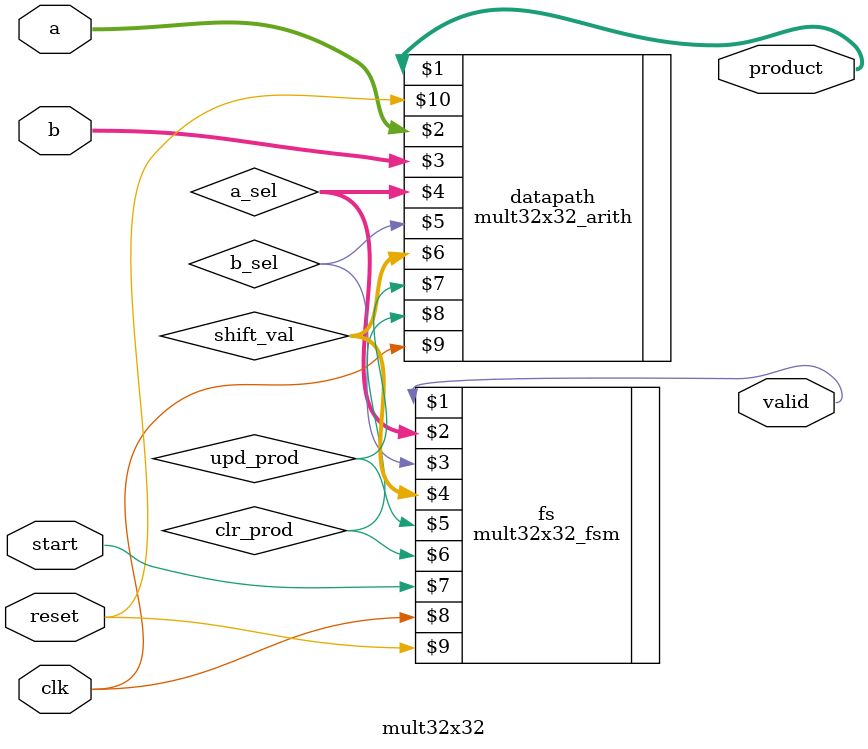
<source format=v>
module mult32x32 (
    input wire [31:0] a,        // Input a
    input wire [31:0] b,        // Input b
    input wire start,           // Start signal
    output wire [63:0] product, // Miltiplication product
    output wire valid,          // Product valid indication

    input wire clk,             // Clock
    input wire reset            // Reset
);

// Put your code here
// ------------------

      // Product valid indication
wire  [1:0] a_sel;    // Select one byte from A
wire  b_sel;    // Select one 2-byte word from B
wire  [5:0] shift_val;// Shift value of 8-bit mult product
wire upd_prod;       // Update the product register
wire  clr_prod; 
 
mult32x32_fsm fs (valid,a_sel,b_sel,shift_val,upd_prod,clr_prod,start,clk,reset);

mult32x32_arith datapath(product,a,b,a_sel,b_sel,shift_val,upd_prod,clr_prod,clk,reset);

// End of your code

endmodule

</source>
